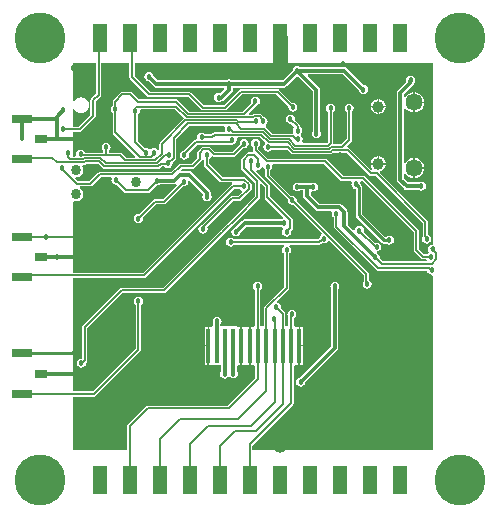
<source format=gbl>
G04*
G04 #@! TF.GenerationSoftware,Altium Limited,Altium Designer,20.1.10 (176)*
G04*
G04 Layer_Physical_Order=2*
G04 Layer_Color=11436288*
%FSLAX25Y25*%
%MOIN*%
G70*
G04*
G04 #@! TF.SameCoordinates,5BC12612-045E-4FBA-96B6-5BC6791460FD*
G04*
G04*
G04 #@! TF.FilePolarity,Positive*
G04*
G01*
G75*
%ADD11C,0.01000*%
%ADD23R,0.04331X0.03150*%
%ADD35R,0.06693X0.03150*%
%ADD80C,0.00500*%
%ADD81C,0.01200*%
%ADD83C,0.05000*%
%ADD85R,0.05000X0.09500*%
%ADD86C,0.03937*%
%ADD87C,0.05709*%
%ADD88C,0.00500*%
%ADD89C,0.03400*%
%ADD90C,0.17000*%
%ADD91C,0.01800*%
%ADD92C,0.04000*%
%ADD93R,0.01378X0.11811*%
G36*
X60920Y-69017D02*
X60920Y-69017D01*
X60334Y-69134D01*
X60199Y-69224D01*
X60194Y-69225D01*
X59913Y-69413D01*
X59911Y-69417D01*
X59838Y-69465D01*
X59507Y-69961D01*
X59390Y-70547D01*
X59507Y-71132D01*
X59812Y-71589D01*
X59319Y-71919D01*
X59175Y-72133D01*
X58059D01*
X56283Y-70358D01*
Y-64469D01*
X56217Y-64137D01*
X56029Y-63856D01*
X38387Y-46214D01*
X38106Y-46026D01*
X37774Y-45960D01*
X31091D01*
X25718Y-40587D01*
X25437Y-40399D01*
X25106Y-40333D01*
X6153D01*
X2808Y-36988D01*
X2839Y-36477D01*
X2981Y-36381D01*
X3313Y-35885D01*
X3429Y-35300D01*
X3313Y-34715D01*
X2981Y-34219D01*
X2485Y-33887D01*
X1900Y-33771D01*
X1315Y-33887D01*
X819Y-34219D01*
X487Y-34715D01*
X371Y-35300D01*
X487Y-35885D01*
X819Y-36381D01*
X1033Y-36525D01*
Y-37306D01*
X1099Y-37637D01*
X1175Y-37751D01*
X972Y-38208D01*
X925Y-38251D01*
X-477D01*
X-809Y-38317D01*
X-1090Y-38504D01*
X-2713Y-40127D01*
X-2901Y-40408D01*
X-2967Y-40740D01*
Y-43347D01*
X-2901Y-43679D01*
X-2713Y-43960D01*
X1615Y-48287D01*
Y-52893D01*
X-4510Y-59018D01*
X-9777Y-64285D01*
X-9777Y-64285D01*
X-28826Y-83333D01*
X-42700D01*
X-43032Y-83399D01*
X-43313Y-83587D01*
X-55613Y-95887D01*
X-55801Y-96168D01*
X-55867Y-96500D01*
Y-106697D01*
X-56200Y-106971D01*
X-56785Y-107087D01*
X-57281Y-107419D01*
X-57613Y-107915D01*
X-57729Y-108500D01*
X-57613Y-109085D01*
X-57281Y-109581D01*
X-56785Y-109913D01*
X-56200Y-110029D01*
X-55615Y-109913D01*
X-55119Y-109581D01*
X-54787Y-109085D01*
X-54671Y-108500D01*
X-54688Y-108413D01*
X-54387Y-108113D01*
X-54199Y-107832D01*
X-54133Y-107500D01*
Y-96859D01*
X-42341Y-85067D01*
X-28467D01*
X-28135Y-85001D01*
X-27854Y-84813D01*
X-8551Y-65510D01*
X-8551Y-65510D01*
X-3284Y-60243D01*
X-3284Y-60243D01*
X3094Y-53865D01*
X3282Y-53584D01*
X3348Y-53252D01*
Y-48918D01*
X3810Y-48727D01*
X4950Y-49867D01*
Y-53216D01*
X5016Y-53548D01*
X5204Y-53829D01*
X11190Y-59815D01*
X11016Y-60348D01*
X10673Y-60416D01*
X10390Y-60606D01*
X-1751D01*
X-2219Y-60699D01*
X-2616Y-60964D01*
X-4878Y-63226D01*
X-5185Y-63287D01*
X-5681Y-63619D01*
X-6013Y-64115D01*
X-6129Y-64700D01*
X-6013Y-65285D01*
X-5681Y-65781D01*
X-5185Y-66113D01*
X-4600Y-66229D01*
X-4015Y-66113D01*
X-3519Y-65781D01*
X-3187Y-65285D01*
X-3115Y-64924D01*
X-1244Y-63053D01*
X10390D01*
X10673Y-63242D01*
X10911Y-63289D01*
X10994Y-63428D01*
X11091Y-63835D01*
X10837Y-64215D01*
X10721Y-64800D01*
X10837Y-65385D01*
X11169Y-65881D01*
X11665Y-66213D01*
X12250Y-66329D01*
X12835Y-66213D01*
X13331Y-65881D01*
X13663Y-65385D01*
X13779Y-64800D01*
X13729Y-64547D01*
X14128Y-64148D01*
X14315Y-63867D01*
X14381Y-63535D01*
Y-60915D01*
X14315Y-60583D01*
X14128Y-60302D01*
X6683Y-52858D01*
Y-49508D01*
X6617Y-49176D01*
X6429Y-48895D01*
X2068Y-44533D01*
X2314Y-44072D01*
X2600Y-44129D01*
X3185Y-44013D01*
X3681Y-43681D01*
X4001Y-43203D01*
X4081Y-43191D01*
X4515Y-43224D01*
X4587Y-43585D01*
X4919Y-44081D01*
X5133Y-44225D01*
Y-46000D01*
X5199Y-46332D01*
X5387Y-46613D01*
X12621Y-53847D01*
X12571Y-54100D01*
X12687Y-54685D01*
X13019Y-55181D01*
X13515Y-55513D01*
X14100Y-55629D01*
X14353Y-55579D01*
X15487Y-56713D01*
X23889Y-65114D01*
X23792Y-65725D01*
X23552Y-65885D01*
X23220Y-66382D01*
X23128Y-66847D01*
X22754Y-67220D01*
X-5211D01*
X-5355Y-67006D01*
X-5851Y-66674D01*
X-6436Y-66558D01*
X-7022Y-66674D01*
X-7518Y-67006D01*
X-7849Y-67502D01*
X-7966Y-68087D01*
X-7849Y-68672D01*
X-7518Y-69169D01*
X-7022Y-69500D01*
X-6436Y-69616D01*
X-5851Y-69500D01*
X-5355Y-69169D01*
X-5211Y-68954D01*
X11291D01*
X11443Y-69454D01*
X11196Y-69619D01*
X10864Y-70115D01*
X10748Y-70700D01*
X10864Y-71285D01*
X11196Y-71781D01*
X11411Y-71925D01*
Y-83080D01*
X4852Y-89639D01*
X4664Y-89920D01*
X4598Y-90252D01*
Y-95996D01*
X4176Y-96184D01*
X3998D01*
Y-96184D01*
X3467D01*
Y-84025D01*
X3681Y-83881D01*
X4013Y-83385D01*
X4129Y-82800D01*
X4013Y-82215D01*
X3681Y-81719D01*
X3185Y-81387D01*
X2600Y-81271D01*
X2015Y-81387D01*
X1519Y-81719D01*
X1187Y-82215D01*
X1071Y-82800D01*
X1187Y-83385D01*
X1519Y-83881D01*
X1733Y-84025D01*
Y-95870D01*
X1420Y-96184D01*
X961Y-96284D01*
X203D01*
Y-102689D01*
Y-109095D01*
X961D01*
X1420Y-109195D01*
X1842Y-109594D01*
Y-113321D01*
X-7470Y-122633D01*
X-34000D01*
X-34332Y-122699D01*
X-34613Y-122887D01*
X-40613Y-128887D01*
X-40801Y-129168D01*
X-40867Y-129500D01*
Y-137500D01*
X-59100D01*
X-59100Y-119617D01*
X-51950D01*
X-51618Y-119551D01*
X-51337Y-119363D01*
X-36587Y-104613D01*
X-36399Y-104332D01*
X-36333Y-104000D01*
Y-88996D01*
X-36119Y-88853D01*
X-35787Y-88357D01*
X-35671Y-87772D01*
X-35787Y-87186D01*
X-36119Y-86690D01*
X-36615Y-86359D01*
X-37200Y-86242D01*
X-37785Y-86359D01*
X-38281Y-86690D01*
X-38613Y-87186D01*
X-38729Y-87772D01*
X-38613Y-88357D01*
X-38281Y-88853D01*
X-38067Y-88996D01*
Y-103641D01*
X-52309Y-117883D01*
X-59100D01*
X-59100Y-80060D01*
X-35250D01*
X-34918Y-79994D01*
X-34637Y-79806D01*
X-5298Y-50467D01*
X-3193D01*
X-3050Y-50681D01*
X-2810Y-50842D01*
X-2713Y-51452D01*
X-3994Y-52733D01*
X-5878D01*
X-6209Y-52799D01*
X-6490Y-52987D01*
X-15785Y-62282D01*
X-15805Y-62311D01*
X-16185Y-62387D01*
X-16681Y-62719D01*
X-17013Y-63215D01*
X-17129Y-63800D01*
X-17013Y-64385D01*
X-16681Y-64881D01*
X-16185Y-65213D01*
X-15600Y-65329D01*
X-15015Y-65213D01*
X-14519Y-64881D01*
X-14187Y-64385D01*
X-14071Y-63800D01*
X-14187Y-63215D01*
X-14219Y-63167D01*
X-5519Y-54467D01*
X-3635D01*
X-3303Y-54401D01*
X-3022Y-54213D01*
X294Y-50896D01*
X482Y-50615D01*
X548Y-50283D01*
Y-48917D01*
X482Y-48585D01*
X294Y-48304D01*
X-1222Y-46787D01*
X-1503Y-46599D01*
X-1835Y-46533D01*
X-9041D01*
X-13496Y-42078D01*
Y-40475D01*
X-13282Y-40331D01*
X-12950Y-39835D01*
X-12946Y-39813D01*
X-12393Y-39599D01*
X-12365Y-39617D01*
X-12033Y-39683D01*
X-5417D01*
X-5085Y-39617D01*
X-4804Y-39430D01*
X-2153Y-36779D01*
X-1900Y-36829D01*
X-1315Y-36713D01*
X-819Y-36381D01*
X-487Y-35885D01*
X-371Y-35300D01*
X-487Y-34715D01*
X-819Y-34219D01*
X-1315Y-33887D01*
X-1900Y-33771D01*
X-2485Y-33887D01*
X-2981Y-34219D01*
X-3313Y-34715D01*
X-3429Y-35300D01*
X-3379Y-35553D01*
X-5776Y-37950D01*
X-11674D01*
X-12983Y-36641D01*
X-13264Y-36454D01*
X-13596Y-36388D01*
X-15592D01*
X-15924Y-36454D01*
X-16205Y-36641D01*
X-17294Y-37731D01*
X-17482Y-38012D01*
X-17548Y-38343D01*
Y-40048D01*
X-19481Y-41982D01*
X-23045D01*
X-23376Y-42048D01*
X-23658Y-42235D01*
X-26155Y-44733D01*
X-50100D01*
X-50432Y-44799D01*
X-50713Y-44987D01*
X-53559Y-47833D01*
X-57341D01*
X-58235Y-46939D01*
X-57989Y-46478D01*
X-57900Y-46496D01*
X-56983Y-46314D01*
X-56206Y-45794D01*
X-55686Y-45017D01*
X-55504Y-44100D01*
X-55686Y-43183D01*
X-55904Y-42858D01*
X-55668Y-42417D01*
X-55302D01*
X-54971Y-42351D01*
X-54690Y-42163D01*
X-54543Y-42017D01*
X-50634D01*
X-49102Y-43548D01*
X-48821Y-43736D01*
X-48489Y-43802D01*
X-30621D01*
X-30289Y-43736D01*
X-30008Y-43548D01*
X-29308Y-42848D01*
X-28470D01*
X-28381Y-42981D01*
X-27885Y-43313D01*
X-27300Y-43429D01*
X-26715Y-43313D01*
X-26219Y-42981D01*
X-25887Y-42485D01*
X-25771Y-41900D01*
X-25793Y-41787D01*
X-24803Y-40797D01*
X-24615Y-40516D01*
X-24549Y-40185D01*
Y-33750D01*
X-20266Y-29467D01*
X-8703D01*
X-8363Y-29967D01*
X-8429Y-30300D01*
X-8313Y-30885D01*
X-8226Y-31015D01*
X-8494Y-31515D01*
X-11776D01*
X-12107Y-31581D01*
X-12388Y-31769D01*
X-12868Y-32248D01*
X-14832D01*
X-14976Y-32033D01*
X-15472Y-31702D01*
X-16058Y-31585D01*
X-16643Y-31702D01*
X-17139Y-32033D01*
X-17470Y-32530D01*
X-17587Y-33115D01*
X-17528Y-33408D01*
X-17867Y-33897D01*
X-17899Y-33913D01*
X-18206Y-33974D01*
X-18488Y-34162D01*
X-22045Y-37719D01*
X-22385Y-37787D01*
X-22881Y-38119D01*
X-23213Y-38615D01*
X-23329Y-39200D01*
X-23213Y-39785D01*
X-22881Y-40281D01*
X-22385Y-40613D01*
X-21800Y-40729D01*
X-21215Y-40613D01*
X-20719Y-40281D01*
X-20387Y-39785D01*
X-20271Y-39200D01*
X-20387Y-38615D01*
X-20428Y-38554D01*
X-17516Y-35642D01*
X-6575D01*
X-6243Y-35576D01*
X-6227Y-35564D01*
X-5900Y-35629D01*
X-5315Y-35513D01*
X-4819Y-35181D01*
X-4487Y-34685D01*
X-4371Y-34100D01*
X-4441Y-33748D01*
X-4110Y-33248D01*
X3494D01*
X5087Y-34841D01*
X5038Y-35339D01*
X4919Y-35419D01*
X4587Y-35915D01*
X4471Y-36500D01*
X4587Y-37085D01*
X4919Y-37581D01*
X5415Y-37913D01*
X6000Y-38029D01*
X6585Y-37913D01*
X7081Y-37581D01*
X7225Y-37367D01*
X12479D01*
X13675Y-38563D01*
X13957Y-38751D01*
X14288Y-38817D01*
X26878D01*
X27210Y-38751D01*
X27491Y-38563D01*
X27737Y-38317D01*
X32217D01*
X39779Y-45880D01*
X40061Y-46067D01*
X40392Y-46133D01*
X42008D01*
X57555Y-61681D01*
Y-66270D01*
X57577Y-66380D01*
X57487Y-66515D01*
X57371Y-67100D01*
X57487Y-67685D01*
X57819Y-68181D01*
X58315Y-68513D01*
X58900Y-68629D01*
X59485Y-68513D01*
X59981Y-68181D01*
X60313Y-67685D01*
X60429Y-67100D01*
X60313Y-66515D01*
X59981Y-66019D01*
X59485Y-65687D01*
X59289Y-65648D01*
Y-61322D01*
X59223Y-60990D01*
X59035Y-60709D01*
X43302Y-44976D01*
X43466Y-44434D01*
X43773Y-44372D01*
X44590Y-43827D01*
X45136Y-43010D01*
X45277Y-42297D01*
X42810D01*
X40343D01*
X40485Y-43010D01*
X40867Y-43582D01*
X40675Y-44145D01*
X40532Y-44181D01*
X33188Y-36837D01*
X32907Y-36649D01*
X32637Y-36596D01*
X32452Y-36286D01*
X32390Y-36136D01*
X33713Y-34813D01*
X33901Y-34532D01*
X33967Y-34200D01*
Y-24725D01*
X34181Y-24581D01*
X34513Y-24085D01*
X34629Y-23500D01*
X34513Y-22915D01*
X34181Y-22419D01*
X33685Y-22087D01*
X33100Y-21971D01*
X32515Y-22087D01*
X32019Y-22419D01*
X31687Y-22915D01*
X31571Y-23500D01*
X31687Y-24085D01*
X32019Y-24581D01*
X32233Y-24725D01*
Y-33841D01*
X30491Y-35583D01*
X28155D01*
X28115Y-35565D01*
X27767Y-35100D01*
Y-24625D01*
X27981Y-24481D01*
X28313Y-23985D01*
X28429Y-23400D01*
X28313Y-22815D01*
X27981Y-22319D01*
X27485Y-21987D01*
X26900Y-21871D01*
X26315Y-21987D01*
X25819Y-22319D01*
X25487Y-22815D01*
X25371Y-23400D01*
X25487Y-23985D01*
X25819Y-24481D01*
X26033Y-24625D01*
Y-34741D01*
X25691Y-35083D01*
X17613D01*
X17346Y-34583D01*
X17444Y-34437D01*
X17561Y-33851D01*
X17444Y-33266D01*
X17113Y-32770D01*
X16982Y-32682D01*
X16981Y-32081D01*
X17313Y-31585D01*
X17429Y-31000D01*
X17313Y-30415D01*
X16981Y-29919D01*
X16767Y-29775D01*
Y-29600D01*
X16701Y-29268D01*
X16513Y-28987D01*
X14979Y-27453D01*
X15029Y-27200D01*
X14913Y-26615D01*
X14581Y-26119D01*
X14085Y-25787D01*
X13500Y-25671D01*
X12915Y-25787D01*
X12419Y-26119D01*
X12087Y-26615D01*
X11971Y-27200D01*
X12087Y-27785D01*
X12419Y-28281D01*
X12915Y-28613D01*
X13500Y-28729D01*
X13753Y-28679D01*
X14834Y-29760D01*
X14818Y-29919D01*
X14487Y-30415D01*
X14371Y-31000D01*
X14469Y-31497D01*
X14449Y-31581D01*
X14329Y-31772D01*
X14152Y-31983D01*
X7509D01*
X5294Y-29769D01*
X5241Y-29733D01*
X5226Y-29152D01*
X5481Y-28981D01*
X5813Y-28485D01*
X5929Y-27900D01*
X5813Y-27315D01*
X5481Y-26819D01*
X4985Y-26487D01*
X4802Y-26451D01*
X3989Y-25637D01*
X3708Y-25449D01*
X3376Y-25383D01*
X1316D01*
X985Y-25449D01*
X704Y-25637D01*
X608Y-25733D01*
X-186D01*
X-377Y-25271D01*
X2255Y-22639D01*
X2385Y-22613D01*
X2881Y-22281D01*
X3213Y-21785D01*
X3329Y-21200D01*
X3213Y-20615D01*
X2881Y-20119D01*
X2385Y-19787D01*
X1800Y-19671D01*
X1215Y-19787D01*
X719Y-20119D01*
X387Y-20615D01*
X271Y-21200D01*
X387Y-21785D01*
X495Y-21948D01*
X-2290Y-24733D01*
X-20127D01*
X-24170Y-20690D01*
X-24451Y-20502D01*
X-24783Y-20436D01*
X-37024D01*
X-39189Y-18271D01*
X-39470Y-18083D01*
X-39802Y-18017D01*
X-42513D01*
X-42844Y-18083D01*
X-43126Y-18271D01*
X-45529Y-20674D01*
X-45717Y-20956D01*
X-45783Y-21287D01*
Y-22655D01*
X-46007Y-22804D01*
X-46338Y-23300D01*
X-46455Y-23885D01*
X-46338Y-24471D01*
X-46007Y-24967D01*
X-45792Y-25110D01*
Y-31608D01*
X-45726Y-31940D01*
X-45538Y-32221D01*
X-38152Y-39607D01*
X-38344Y-40069D01*
X-41106D01*
X-42637Y-38537D01*
X-42918Y-38349D01*
X-43250Y-38283D01*
X-46907D01*
X-46947Y-37783D01*
X-46812Y-37692D01*
X-46480Y-37196D01*
X-46363Y-36611D01*
X-46480Y-36026D01*
X-46812Y-35530D01*
X-47308Y-35198D01*
X-47893Y-35082D01*
X-48478Y-35198D01*
X-48974Y-35530D01*
X-49306Y-36026D01*
X-49422Y-36611D01*
X-49306Y-37196D01*
X-48974Y-37692D01*
X-48838Y-37783D01*
X-48879Y-38283D01*
X-55008D01*
X-55319Y-37819D01*
X-55815Y-37487D01*
X-56400Y-37371D01*
X-56985Y-37487D01*
X-57481Y-37819D01*
X-57813Y-38315D01*
X-57929Y-38900D01*
X-57873Y-39183D01*
X-58236Y-39683D01*
X-59100D01*
X-59100Y-31467D01*
X-56750D01*
X-56418Y-31401D01*
X-56137Y-31213D01*
X-51681Y-26756D01*
X-51493Y-26475D01*
X-51427Y-26144D01*
Y-21252D01*
X-49837Y-19663D01*
X-49649Y-19382D01*
X-49583Y-19050D01*
Y-8415D01*
X-40167D01*
Y-13200D01*
X-40101Y-13532D01*
X-39913Y-13813D01*
X-34213Y-19513D01*
X-33932Y-19701D01*
X-33600Y-19767D01*
X-20559D01*
X-16404Y-23921D01*
X-16123Y-24109D01*
X-15791Y-24175D01*
X-8208D01*
X-7877Y-24109D01*
X-7596Y-23921D01*
X-2567Y-18893D01*
X8867D01*
X12821Y-22847D01*
X12771Y-23100D01*
X12887Y-23685D01*
X13219Y-24181D01*
X13715Y-24513D01*
X14300Y-24629D01*
X14885Y-24513D01*
X15381Y-24181D01*
X15713Y-23685D01*
X15829Y-23100D01*
X15713Y-22515D01*
X15381Y-22019D01*
X14885Y-21687D01*
X14300Y-21571D01*
X14047Y-21621D01*
X9839Y-17413D01*
X9558Y-17225D01*
X9226Y-17159D01*
X-2926D01*
X-3258Y-17225D01*
X-3539Y-17413D01*
X-8568Y-22442D01*
X-15432D01*
X-19587Y-18287D01*
X-19868Y-18099D01*
X-20200Y-18033D01*
X-33241D01*
X-38433Y-12841D01*
Y-8415D01*
X60920D01*
X60920Y-69017D01*
D02*
G37*
G36*
X-51317Y-18691D02*
X-52906Y-20281D01*
X-53094Y-20562D01*
X-53160Y-20893D01*
Y-25785D01*
X-57109Y-29733D01*
X-59100D01*
X-59100Y-23841D01*
X-58600Y-23741D01*
X-58571Y-23811D01*
X-58154Y-24354D01*
X-57611Y-24771D01*
X-56979Y-25033D01*
X-56300Y-25122D01*
X-55621Y-25033D01*
X-54989Y-24771D01*
X-54446Y-24354D01*
X-54029Y-23811D01*
X-53767Y-23179D01*
X-53678Y-22500D01*
X-53767Y-21821D01*
X-54029Y-21189D01*
X-54446Y-20646D01*
X-54989Y-20229D01*
X-55621Y-19967D01*
X-56300Y-19878D01*
X-56979Y-19967D01*
X-57611Y-20229D01*
X-58154Y-20646D01*
X-58571Y-21189D01*
X-58600Y-21259D01*
X-59100Y-21159D01*
X-59100Y-8415D01*
X-51317D01*
Y-18691D01*
D02*
G37*
G36*
X-22089Y-26636D02*
X-22124Y-26987D01*
X-29921Y-34785D01*
X-30109Y-35066D01*
X-30175Y-35398D01*
Y-37254D01*
X-30675Y-37406D01*
X-30800Y-37219D01*
X-31296Y-36887D01*
X-31882Y-36771D01*
X-32467Y-36887D01*
X-32912Y-37184D01*
X-33089Y-37238D01*
X-33476D01*
X-33500Y-37204D01*
X-33996Y-36872D01*
X-34581Y-36756D01*
X-34863Y-36812D01*
X-37333Y-34341D01*
Y-25525D01*
X-37119Y-25381D01*
X-36787Y-24885D01*
X-36671Y-24300D01*
X-36680Y-24253D01*
X-36363Y-23867D01*
X-24859D01*
X-22089Y-26636D01*
D02*
G37*
G36*
X30119Y-47439D02*
X30400Y-47627D01*
X30732Y-47693D01*
X33809D01*
X34077Y-48193D01*
X33975Y-48345D01*
X33859Y-48930D01*
X33975Y-49516D01*
X34307Y-50012D01*
X34803Y-50343D01*
X35278Y-50438D01*
Y-59193D01*
X35278Y-59193D01*
X35364Y-59622D01*
X35607Y-59986D01*
X43929Y-68308D01*
X43929Y-68308D01*
X44293Y-68551D01*
X44722Y-68636D01*
X44722Y-68636D01*
X45492D01*
X45928Y-68928D01*
X46513Y-69044D01*
X47098Y-68928D01*
X47594Y-68596D01*
X47926Y-68100D01*
X48042Y-67515D01*
X47926Y-66930D01*
X47594Y-66433D01*
X47098Y-66102D01*
X46513Y-65985D01*
X45928Y-66102D01*
X45492Y-66393D01*
X45187D01*
X37522Y-58728D01*
Y-49910D01*
X37436Y-49481D01*
X37193Y-49117D01*
X37193Y-49117D01*
X36895Y-48819D01*
X36801Y-48345D01*
X36700Y-48193D01*
X36938Y-47747D01*
X37430Y-47707D01*
X54550Y-64828D01*
Y-70717D01*
X54616Y-71048D01*
X54804Y-71329D01*
X57087Y-73613D01*
X57368Y-73801D01*
X57700Y-73867D01*
X58836D01*
X59004Y-74033D01*
X58969Y-74220D01*
X58707Y-74533D01*
X44359D01*
X43179Y-73353D01*
X43229Y-73100D01*
X43113Y-72515D01*
X42781Y-72019D01*
X42383Y-71752D01*
X42396Y-71351D01*
X42435Y-71232D01*
X42832Y-71153D01*
X43328Y-70821D01*
X43660Y-70325D01*
X43776Y-69740D01*
X43660Y-69155D01*
X43328Y-68659D01*
X42832Y-68327D01*
X42247Y-68211D01*
X41673Y-68325D01*
X37985Y-64636D01*
X38048Y-64319D01*
X37931Y-63733D01*
X37600Y-63237D01*
X37104Y-62906D01*
X36519Y-62789D01*
X35933Y-62906D01*
X35437Y-63237D01*
X35106Y-63733D01*
X35033Y-64096D01*
X34511Y-64280D01*
X32568Y-62337D01*
Y-58124D01*
X32474Y-57656D01*
X32209Y-57259D01*
X30635Y-55685D01*
X30238Y-55420D01*
X29770Y-55326D01*
X23257D01*
X20223Y-52293D01*
Y-51453D01*
X20365Y-51330D01*
X20723Y-51135D01*
X21200Y-51229D01*
X21785Y-51113D01*
X22281Y-50781D01*
X22613Y-50285D01*
X22729Y-49700D01*
X22613Y-49115D01*
X22281Y-48619D01*
X21785Y-48287D01*
X21200Y-48171D01*
X20615Y-48287D01*
X20331Y-48476D01*
X16669D01*
X16385Y-48287D01*
X15800Y-48171D01*
X15215Y-48287D01*
X14719Y-48619D01*
X14387Y-49115D01*
X14271Y-49700D01*
X14387Y-50285D01*
X14719Y-50781D01*
X15215Y-51113D01*
X15800Y-51229D01*
X16385Y-51113D01*
X16669Y-50924D01*
X17776D01*
Y-52800D01*
X17870Y-53268D01*
X18135Y-53665D01*
X21885Y-57415D01*
X22282Y-57680D01*
X22750Y-57774D01*
X27126D01*
X27422Y-58274D01*
X27337Y-58700D01*
X27454Y-59285D01*
X27785Y-59781D01*
X28000Y-59925D01*
Y-62983D01*
X28066Y-63315D01*
X28254Y-63596D01*
X42062Y-77404D01*
X42343Y-77592D01*
X42675Y-77658D01*
X59102D01*
X59187Y-78085D01*
X59519Y-78581D01*
X60015Y-78913D01*
X60600Y-79029D01*
X60920Y-79292D01*
X60920Y-137500D01*
X867D01*
Y-135959D01*
X14345Y-122480D01*
X14533Y-122199D01*
X14599Y-121868D01*
Y-109548D01*
X14953Y-109195D01*
X15021D01*
X15480Y-109095D01*
X16238D01*
Y-102689D01*
Y-96284D01*
X15480D01*
X15021Y-96184D01*
X14599Y-95784D01*
Y-93604D01*
X15081Y-93281D01*
X15413Y-92785D01*
X15529Y-92200D01*
X15413Y-91615D01*
X15081Y-91119D01*
X14585Y-90787D01*
X14000Y-90671D01*
X13415Y-90787D01*
X12919Y-91119D01*
X12587Y-91615D01*
X12471Y-92200D01*
X12587Y-92785D01*
X12866Y-93202D01*
Y-95996D01*
X12443Y-96184D01*
X12343D01*
X11843Y-95996D01*
Y-92076D01*
X11777Y-91745D01*
X11589Y-91464D01*
X10279Y-90153D01*
X10329Y-89900D01*
X10213Y-89315D01*
X9881Y-88819D01*
X9385Y-88487D01*
X9199Y-88450D01*
X9035Y-87907D01*
X12890Y-84052D01*
X13078Y-83771D01*
X13144Y-83439D01*
Y-71925D01*
X13359Y-71781D01*
X13690Y-71285D01*
X13806Y-70700D01*
X13690Y-70115D01*
X13359Y-69619D01*
X13112Y-69454D01*
X13263Y-68954D01*
X23113D01*
X23445Y-68888D01*
X23726Y-68700D01*
X24047Y-68379D01*
X24048Y-68380D01*
X24633Y-68496D01*
X25218Y-68380D01*
X25715Y-68048D01*
X25875Y-67808D01*
X26486Y-67711D01*
X37985Y-79210D01*
Y-81069D01*
X37687Y-81515D01*
X37571Y-82100D01*
X37687Y-82685D01*
X38019Y-83181D01*
X38515Y-83513D01*
X39100Y-83629D01*
X39685Y-83513D01*
X40181Y-83181D01*
X40513Y-82685D01*
X40629Y-82100D01*
X40513Y-81515D01*
X40181Y-81019D01*
X39718Y-80709D01*
Y-78851D01*
X39652Y-78520D01*
X39464Y-78238D01*
X16713Y-55487D01*
X16713Y-55487D01*
X15579Y-54353D01*
X15629Y-54100D01*
X15513Y-53515D01*
X15181Y-53019D01*
X14685Y-52687D01*
X14100Y-52571D01*
X13847Y-52621D01*
X6867Y-45641D01*
Y-44225D01*
X7081Y-44081D01*
X7413Y-43585D01*
X7529Y-43000D01*
X7443Y-42567D01*
X7736Y-42067D01*
X24747D01*
X30119Y-47439D01*
D02*
G37*
G36*
X-15378Y-40773D02*
X-15230Y-40880D01*
Y-42437D01*
X-15164Y-42769D01*
X-14976Y-43050D01*
X-10013Y-48013D01*
X-9732Y-48201D01*
X-9400Y-48267D01*
X-5873D01*
X-5824Y-48767D01*
X-5988Y-48799D01*
X-6270Y-48987D01*
X-35609Y-78326D01*
X-59100D01*
X-59100Y-54680D01*
X-58600Y-54357D01*
X-57900Y-54496D01*
X-56983Y-54314D01*
X-56206Y-53794D01*
X-55686Y-53017D01*
X-55504Y-52100D01*
X-55686Y-51183D01*
X-56206Y-50406D01*
X-56713Y-50067D01*
X-56562Y-49567D01*
X-53200D01*
X-52868Y-49501D01*
X-52587Y-49313D01*
X-49741Y-46467D01*
X-46244D01*
X-46053Y-46823D01*
X-46023Y-46967D01*
X-46129Y-47500D01*
X-46013Y-48085D01*
X-45681Y-48581D01*
X-45185Y-48913D01*
X-44600Y-49029D01*
X-44347Y-48979D01*
X-41858Y-51468D01*
X-41577Y-51656D01*
X-41245Y-51722D01*
X-33955D01*
X-33623Y-51656D01*
X-33342Y-51468D01*
X-31053Y-49179D01*
X-30800Y-49229D01*
X-30215Y-49113D01*
X-29931Y-48924D01*
X-25367D01*
X-24899Y-48830D01*
X-24644Y-48660D01*
X-24326Y-49049D01*
X-29095Y-53819D01*
X-31585D01*
X-31917Y-53885D01*
X-32198Y-54072D01*
X-36947Y-58821D01*
X-37200Y-58771D01*
X-37785Y-58887D01*
X-38281Y-59219D01*
X-38613Y-59715D01*
X-38729Y-60300D01*
X-38613Y-60885D01*
X-38281Y-61381D01*
X-37785Y-61713D01*
X-37200Y-61829D01*
X-36615Y-61713D01*
X-36119Y-61381D01*
X-35787Y-60885D01*
X-35671Y-60300D01*
X-35721Y-60047D01*
X-31226Y-55552D01*
X-28736D01*
X-28405Y-55486D01*
X-28124Y-55298D01*
X-22379Y-49553D01*
X-22126Y-49604D01*
X-21540Y-49488D01*
X-21044Y-49156D01*
X-20712Y-48660D01*
X-20596Y-48074D01*
X-20672Y-47694D01*
X-20211Y-47447D01*
X-15524Y-52135D01*
Y-52187D01*
X-15713Y-52471D01*
X-15829Y-53056D01*
X-15713Y-53641D01*
X-15381Y-54137D01*
X-14885Y-54469D01*
X-14300Y-54585D01*
X-13715Y-54469D01*
X-13219Y-54137D01*
X-12887Y-53641D01*
X-12771Y-53056D01*
X-12887Y-52471D01*
X-13077Y-52187D01*
Y-51628D01*
X-13170Y-51160D01*
X-13435Y-50763D01*
X-19335Y-44863D01*
X-19732Y-44598D01*
X-20200Y-44504D01*
X-22682D01*
X-22880Y-44051D01*
X-22612Y-43715D01*
X-19123D01*
X-18791Y-43649D01*
X-18510Y-43461D01*
X-16069Y-41020D01*
X-16010Y-40932D01*
X-15471Y-40766D01*
X-15378Y-40773D01*
D02*
G37*
%LPC*%
G36*
X15800Y-9471D02*
X15215Y-9587D01*
X14719Y-9919D01*
X14387Y-10415D01*
X14321Y-10749D01*
X10893Y-14176D01*
X-6031D01*
X-6315Y-13987D01*
X-6900Y-13871D01*
X-7485Y-13987D01*
X-7769Y-14176D01*
X-30693D01*
X-32120Y-12749D01*
X-32187Y-12415D01*
X-32519Y-11919D01*
X-33015Y-11587D01*
X-33600Y-11471D01*
X-34185Y-11587D01*
X-34681Y-11919D01*
X-35013Y-12415D01*
X-35129Y-13000D01*
X-35013Y-13585D01*
X-34681Y-14081D01*
X-34185Y-14413D01*
X-33851Y-14480D01*
X-32065Y-16265D01*
X-31668Y-16530D01*
X-31200Y-16623D01*
X-8561D01*
X-8354Y-17123D01*
X-9817Y-18587D01*
X-10400Y-18471D01*
X-10985Y-18587D01*
X-11481Y-18919D01*
X-11813Y-19415D01*
X-11929Y-20000D01*
X-11813Y-20585D01*
X-11481Y-21081D01*
X-10985Y-21413D01*
X-10400Y-21529D01*
X-9815Y-21413D01*
X-9531Y-21224D01*
X-9500D01*
X-9032Y-21130D01*
X-8635Y-20865D01*
X-6035Y-18265D01*
X-5770Y-17868D01*
X-5677Y-17400D01*
Y-16623D01*
X11400D01*
X11868Y-16530D01*
X12265Y-16265D01*
X15800Y-12730D01*
X20977Y-17907D01*
Y-31131D01*
X20787Y-31415D01*
X20671Y-32000D01*
X20787Y-32585D01*
X21119Y-33081D01*
X21615Y-33413D01*
X22200Y-33529D01*
X22785Y-33413D01*
X23281Y-33081D01*
X23613Y-32585D01*
X23729Y-32000D01*
X23613Y-31415D01*
X23424Y-31131D01*
Y-17400D01*
X23330Y-16932D01*
X23065Y-16535D01*
X19216Y-12686D01*
X19407Y-12224D01*
X30993D01*
X36320Y-17551D01*
X36387Y-17885D01*
X36719Y-18381D01*
X37215Y-18713D01*
X37800Y-18829D01*
X38385Y-18713D01*
X38881Y-18381D01*
X39213Y-17885D01*
X39329Y-17300D01*
X39213Y-16715D01*
X38881Y-16219D01*
X38385Y-15887D01*
X38051Y-15821D01*
X32365Y-10135D01*
X31968Y-9870D01*
X31500Y-9776D01*
X16669D01*
X16385Y-9587D01*
X15800Y-9471D01*
D02*
G37*
G36*
X54989Y-18244D02*
Y-21344D01*
X58090D01*
X58007Y-20719D01*
X57669Y-19903D01*
X57132Y-19202D01*
X56431Y-18665D01*
X55615Y-18327D01*
X54989Y-18244D01*
D02*
G37*
G36*
X43060Y-20486D02*
Y-22703D01*
X45277D01*
X45136Y-21990D01*
X44590Y-21173D01*
X43773Y-20628D01*
X43060Y-20486D01*
D02*
G37*
G36*
X42560Y-20486D02*
X41847Y-20628D01*
X41030Y-21173D01*
X40485Y-21990D01*
X40343Y-22703D01*
X42560D01*
Y-20486D01*
D02*
G37*
G36*
X58090Y-21845D02*
X54989D01*
Y-24945D01*
X55615Y-24862D01*
X56431Y-24524D01*
X57132Y-23987D01*
X57669Y-23286D01*
X58007Y-22470D01*
X58090Y-21845D01*
D02*
G37*
G36*
X53558Y-12729D02*
X52973Y-12845D01*
X52477Y-13177D01*
X52145Y-13673D01*
X52029Y-14258D01*
X52109Y-14661D01*
X49235Y-17535D01*
X48970Y-17932D01*
X48877Y-18400D01*
Y-47317D01*
X48970Y-47785D01*
X49235Y-48182D01*
X51418Y-50365D01*
X51815Y-50630D01*
X52284Y-50723D01*
X56331D01*
X56615Y-50913D01*
X57200Y-51029D01*
X57785Y-50913D01*
X58281Y-50581D01*
X58613Y-50085D01*
X58729Y-49500D01*
X58613Y-48915D01*
X58281Y-48419D01*
X57785Y-48087D01*
X57200Y-47971D01*
X56615Y-48087D01*
X56331Y-48276D01*
X52790D01*
X51323Y-46810D01*
Y-45252D01*
X51774Y-45111D01*
X51824Y-45116D01*
X52347Y-45798D01*
X53048Y-46336D01*
X53864Y-46674D01*
X54489Y-46756D01*
Y-43406D01*
Y-40055D01*
X53864Y-40137D01*
X53048Y-40475D01*
X52347Y-41013D01*
X51824Y-41695D01*
X51774Y-41700D01*
X51323Y-41559D01*
Y-23441D01*
X51774Y-23300D01*
X51824Y-23305D01*
X52347Y-23987D01*
X53048Y-24524D01*
X53864Y-24862D01*
X54489Y-24945D01*
Y-21595D01*
Y-18244D01*
X53864Y-18327D01*
X53048Y-18665D01*
X52347Y-19202D01*
X51824Y-19884D01*
X51774Y-19889D01*
X51323Y-19748D01*
Y-18907D01*
X54309Y-15922D01*
X54574Y-15525D01*
X54606Y-15362D01*
X54640Y-15340D01*
X54971Y-14843D01*
X55088Y-14258D01*
X54971Y-13673D01*
X54640Y-13177D01*
X54144Y-12845D01*
X53558Y-12729D01*
D02*
G37*
G36*
X42560Y-23203D02*
X40343D01*
X40485Y-23916D01*
X41030Y-24733D01*
X41847Y-25278D01*
X42560Y-25420D01*
Y-23203D01*
D02*
G37*
G36*
X45277D02*
X43060D01*
Y-25420D01*
X43773Y-25278D01*
X44590Y-24733D01*
X45136Y-23916D01*
X45277Y-23203D01*
D02*
G37*
G36*
X43060Y-39580D02*
Y-41797D01*
X45277D01*
X45136Y-41084D01*
X44590Y-40268D01*
X43773Y-39722D01*
X43060Y-39580D01*
D02*
G37*
G36*
X42560Y-39580D02*
X41847Y-39722D01*
X41030Y-40268D01*
X40485Y-41084D01*
X40343Y-41797D01*
X42560D01*
Y-39580D01*
D02*
G37*
G36*
X54989Y-40055D02*
Y-43156D01*
X58090D01*
X58007Y-42530D01*
X57669Y-41714D01*
X57132Y-41013D01*
X56431Y-40475D01*
X55615Y-40137D01*
X54989Y-40055D01*
D02*
G37*
G36*
X58090Y-43656D02*
X54989D01*
Y-46756D01*
X55615Y-46674D01*
X56431Y-46336D01*
X57132Y-45798D01*
X57669Y-45097D01*
X58007Y-44281D01*
X58090Y-43656D01*
D02*
G37*
G36*
X-1236Y-96284D02*
X-1614D01*
X-1736Y-96284D01*
X-2553D01*
Y-102689D01*
Y-109095D01*
X-1736D01*
X-1614Y-109095D01*
X-1236D01*
X-1114Y-109095D01*
X-297D01*
Y-102689D01*
Y-96284D01*
X-1114D01*
X-1236Y-96284D01*
D02*
G37*
G36*
X-14076Y-96284D02*
X-15016D01*
Y-102439D01*
X-14076D01*
Y-96284D01*
D02*
G37*
G36*
Y-102939D02*
X-15016D01*
Y-109095D01*
X-14076D01*
Y-102939D01*
D02*
G37*
G36*
X-10900Y-93071D02*
X-11485Y-93187D01*
X-11981Y-93519D01*
X-12313Y-94015D01*
X-12429Y-94600D01*
X-12313Y-95185D01*
X-12294Y-95213D01*
Y-95926D01*
X-12590Y-96234D01*
X-12818Y-96284D01*
X-13577D01*
Y-102689D01*
Y-109095D01*
X-12818D01*
X-12360Y-109195D01*
X-12179Y-109195D01*
X-10104D01*
X-9782Y-109195D01*
X-9539Y-109594D01*
Y-111104D01*
X-9813Y-111515D01*
X-9929Y-112100D01*
X-9813Y-112685D01*
X-9481Y-113181D01*
X-8985Y-113513D01*
X-8400Y-113629D01*
X-7815Y-113513D01*
X-7319Y-113181D01*
X-7222Y-113037D01*
X-6621D01*
X-6581Y-113096D01*
X-6085Y-113428D01*
X-5500Y-113544D01*
X-4915Y-113428D01*
X-4419Y-113096D01*
X-4087Y-112600D01*
X-3971Y-112015D01*
X-4087Y-111430D01*
X-4335Y-111058D01*
Y-109452D01*
X-4040Y-109144D01*
X-3811Y-109095D01*
X-3053D01*
Y-102689D01*
Y-96284D01*
X-3811D01*
X-4270Y-96184D01*
X-4451Y-96184D01*
X-6848D01*
Y-96184D01*
X-7026D01*
Y-96184D01*
X-9282D01*
X-9604Y-96184D01*
X-9847Y-95784D01*
Y-95701D01*
X-9819Y-95681D01*
X-9487Y-95185D01*
X-9371Y-94600D01*
X-9487Y-94015D01*
X-9819Y-93519D01*
X-10315Y-93187D01*
X-10900Y-93071D01*
D02*
G37*
G36*
X16738Y-96284D02*
Y-102439D01*
X17677D01*
Y-96284D01*
X16738D01*
D02*
G37*
G36*
X17677Y-102939D02*
X16738D01*
Y-109095D01*
X17677D01*
Y-102939D01*
D02*
G37*
G36*
X28300Y-81371D02*
X27715Y-81487D01*
X27219Y-81819D01*
X26887Y-82315D01*
X26771Y-82900D01*
X26887Y-83485D01*
X27077Y-83769D01*
Y-102893D01*
X16649Y-113321D01*
X16315Y-113387D01*
X15819Y-113719D01*
X15487Y-114215D01*
X15371Y-114800D01*
X15487Y-115385D01*
X15819Y-115881D01*
X16315Y-116213D01*
X16900Y-116329D01*
X17485Y-116213D01*
X17981Y-115881D01*
X18313Y-115385D01*
X18380Y-115051D01*
X29165Y-104265D01*
X29430Y-103868D01*
X29524Y-103400D01*
Y-83769D01*
X29713Y-83485D01*
X29829Y-82900D01*
X29713Y-82315D01*
X29381Y-81819D01*
X28885Y-81487D01*
X28300Y-81371D01*
D02*
G37*
%LPD*%
D11*
X36400Y-59193D02*
X44722Y-67515D01*
X46513D01*
X36400Y-59193D02*
Y-49910D01*
X35344Y-48854D02*
X36400Y-49910D01*
X-76000Y-105263D02*
X-59363D01*
D23*
X-69504Y-111956D02*
D03*
Y-73000D02*
D03*
Y-33826D02*
D03*
D35*
X-76000Y-118649D02*
D03*
Y-105263D02*
D03*
Y-66307D02*
D03*
Y-79693D02*
D03*
Y-27133D02*
D03*
Y-40519D02*
D03*
D80*
X-27300Y-41900D02*
X-27131D01*
X-25416Y-40185D02*
Y-33391D01*
X-27131Y-41900D02*
X-25416Y-40185D01*
Y-33391D02*
X-20625Y-28600D01*
X-4700D01*
X-29308Y-35398D02*
X-21511Y-27600D01*
X-29308Y-38642D02*
Y-35398D01*
X-21511Y-27600D02*
X-4286D01*
X37110Y-64988D02*
X41388Y-69265D01*
X24282Y-66967D02*
X24633D01*
X23948Y-67300D02*
X24282Y-66967D01*
X23900Y-67300D02*
X23948D01*
X23113Y-68087D02*
X23900Y-67300D01*
X-6436Y-68087D02*
X23113D01*
X-15600Y-63800D02*
Y-63448D01*
X-15172Y-63020D01*
Y-62895D01*
X-5878Y-53600D01*
X-14363Y-42437D02*
Y-39250D01*
Y-42437D02*
X-9400Y-47400D01*
X41895Y-69740D02*
X42247D01*
X41420Y-69265D02*
X41895Y-69740D01*
X41388Y-69265D02*
X41420D01*
X60526Y-70026D02*
X62200Y-71700D01*
X-477Y-39117D02*
X1350D01*
X-2100Y-40740D02*
X-477Y-39117D01*
X1350D02*
X2600Y-40367D01*
Y-42600D02*
Y-40367D01*
X-2100Y-43347D02*
Y-40740D01*
X5794Y-41200D02*
X25106D01*
X1900Y-37306D02*
Y-35300D01*
Y-37306D02*
X5794Y-41200D01*
X16100Y-56100D02*
Y-56100D01*
X38851Y-81851D02*
Y-78851D01*
X16100Y-56100D02*
X38851Y-78851D01*
X42675Y-76792D02*
X59657D01*
X60638Y-77772D01*
X28867Y-62983D02*
X42675Y-76792D01*
X40392Y-45267D02*
X42367D01*
X58422Y-66270D02*
Y-61322D01*
X42367Y-45267D02*
X58422Y-61322D01*
X57700Y-73000D02*
X60400D01*
X55417Y-70717D02*
X57700Y-73000D01*
X55417Y-70717D02*
Y-64469D01*
X58900Y-67100D02*
Y-66748D01*
X58422Y-66270D02*
X58900Y-66748D01*
X-15592Y-37254D02*
X-13596D01*
X-16681Y-40407D02*
Y-38343D01*
X-15592Y-37254D01*
X-13596D02*
X-12033Y-38817D01*
X-19123Y-42848D02*
X-16681Y-40407D01*
X-25796Y-45600D02*
X-23045Y-42848D01*
X-19123D01*
X-12033Y-38817D02*
X-5417D01*
X41700Y-73100D02*
X41700D01*
X44000Y-75400D02*
X60700D01*
X41700Y-73100D02*
X44000Y-75400D01*
X27378Y-37450D02*
X32576D01*
X40392Y-45267D01*
X25106Y-41200D02*
X30732Y-46826D01*
X37774D01*
X55417Y-64469D01*
X-8208Y-23309D02*
X-2926Y-18026D01*
X9226D01*
X14300Y-23100D01*
X1800Y-21869D02*
Y-21200D01*
X-1932Y-25600D02*
X1800Y-21869D01*
X15351Y-33851D02*
X16031D01*
X14350Y-32850D02*
X15351Y-33851D01*
X-47893Y-39150D02*
X-43250D01*
X-56150D02*
X-47893D01*
Y-36611D01*
X-43250Y-39150D02*
X-41465Y-40935D01*
X-60785Y-39795D02*
Y-38350D01*
Y-39795D02*
X-60030Y-40550D01*
X-55717D01*
X-5417Y-38817D02*
X-1900Y-35300D01*
X-31585Y-54685D02*
X-28736D01*
X-37200Y-60300D02*
X-31585Y-54685D01*
X-28736D02*
X-22126Y-48074D01*
X-37200Y-60300D02*
X-37200D01*
X-37383Y-21303D02*
X-24783D01*
X-20486Y-25600D02*
X-1932D01*
X-24783Y-21303D02*
X-20486Y-25600D01*
X-42513Y-18883D02*
X-39802D01*
X-44917Y-21287D02*
X-42513Y-18883D01*
X-39802D02*
X-37383Y-21303D01*
X-44917Y-23877D02*
Y-21287D01*
X-44925Y-23885D02*
X-44917Y-23877D01*
X-31602Y-40935D02*
X-29308Y-38642D01*
X-22126Y-48074D02*
X-22126D01*
X-30800Y-47700D02*
Y-47700D01*
X-41245Y-50855D02*
X-33955D01*
X-30800Y-47700D01*
X-44600Y-47500D02*
X-41245Y-50855D01*
X-44600Y-47500D02*
Y-47500D01*
X-50100Y-45600D02*
X-25796D01*
X-9400Y-47400D02*
X-1835D01*
X-42700Y-84200D02*
X-28467D01*
X-9164Y-64898D02*
X-9164D01*
X-28467Y-84200D02*
X-9164Y-64898D01*
X-9164D02*
X-3897Y-59631D01*
Y-59631D02*
X2481Y-53252D01*
Y-47928D01*
X-3897Y-59631D02*
Y-59631D01*
X5817Y-53216D02*
X13515Y-60915D01*
X12250Y-64800D02*
X13515Y-63535D01*
Y-60915D01*
X-68104Y-66600D02*
X-58900D01*
X-57800Y-65500D01*
X26464Y-36950D02*
X26964Y-36450D01*
X26878Y-37950D02*
X27378Y-37450D01*
X26964Y-36450D02*
X30850D01*
X33100Y-34200D01*
X28867Y-62983D02*
Y-58700D01*
X38851Y-81851D02*
X39100Y-82100D01*
X-73496Y-40193D02*
X-65800D01*
X-64443Y-41550D01*
X-55302D01*
X-62443Y-30600D02*
X-56750D01*
X-52293Y-26144D02*
Y-20893D01*
X-50450Y-19050D01*
X-56750Y-30600D02*
X-52293Y-26144D01*
X-30621Y-42935D02*
X-29667Y-41982D01*
X-50275Y-41150D02*
X-48489Y-42935D01*
X-31035Y-41935D02*
X-28308Y-39208D01*
X-49861Y-40150D02*
X-48075Y-41935D01*
X-33069Y-39935D02*
X-31882Y-38748D01*
X-44925Y-31608D02*
X-36598Y-39935D01*
X-33069D01*
X-41465Y-40935D02*
X-31602D01*
X-48075Y-41935D02*
X-31035D01*
X-48489Y-42935D02*
X-30621D01*
X-34615Y-38285D02*
X-34581D01*
X-38200Y-34700D02*
X-34615Y-38285D01*
X-44925Y-31608D02*
Y-23885D01*
X-38200Y-34700D02*
Y-24300D01*
Y-23600D01*
X-37600Y-23000D01*
X-24500D01*
X-56400Y-38900D02*
X-56150Y-39150D01*
X-55317Y-40150D02*
X-49861D01*
X-55717Y-40550D02*
X-55317Y-40150D01*
X-54902Y-41150D02*
X-50275D01*
X-55302Y-41550D02*
X-54902Y-41150D01*
X-6575Y-34775D02*
X-5900Y-34100D01*
X-17875Y-34775D02*
X-6575D01*
X-21800Y-38700D02*
X-17875Y-34775D01*
X-11776Y-32381D02*
X3853D01*
X-12509Y-33115D02*
X-11776Y-32381D01*
X-16058Y-33115D02*
X-12509D01*
X-15791Y-23309D02*
X-8208D01*
X-20200Y-18900D02*
X-15791Y-23309D01*
X3376Y-26250D02*
X4200Y-27074D01*
X1316Y-26250D02*
X3376D01*
X967Y-26600D02*
X1316Y-26250D01*
X-20900Y-26600D02*
X967D01*
X-24500Y-23000D02*
X-20900Y-26600D01*
X-4286Y-27600D02*
X-3823Y-28063D01*
X-2100Y-43347D02*
X2481Y-47928D01*
X-57700Y-48700D02*
X-53200D01*
X-50100Y-45600D01*
X-62600Y-43800D02*
X-57700Y-48700D01*
X-62600Y-43800D02*
Y-43400D01*
X-50450Y-19050D02*
Y-450D01*
X-50000Y0D01*
X-40000D02*
X-39300Y-700D01*
Y-13200D02*
Y-700D01*
Y-13200D02*
X-33600Y-18900D01*
X12602Y-34850D02*
X14702Y-36950D01*
X12838Y-36500D02*
X14288Y-37950D01*
X26878D01*
X14702Y-36950D02*
X26464D01*
X-27515Y-41982D02*
Y-41900D01*
X4682Y-30382D02*
X7150Y-32850D01*
X-2919Y-30382D02*
X4682D01*
X-4700Y-28600D02*
X-2919Y-30382D01*
X3853Y-32381D02*
X6322Y-34850D01*
X4267Y-31381D02*
X6736Y-33850D01*
X-21800Y-39200D02*
Y-38700D01*
X-31882Y-38748D02*
Y-38300D01*
X-29667Y-41982D02*
X-27515D01*
X15900Y-31000D02*
Y-29600D01*
X13500Y-27200D02*
X15900Y-29600D01*
X-33600Y-18900D02*
X-20200D01*
X-3823Y-28063D02*
X1900D01*
X6000Y-36500D02*
X12838D01*
X6322Y-34850D02*
X12602D01*
X6736Y-33850D02*
X13017D01*
X7150Y-32850D02*
X14350D01*
X-6900Y-30300D02*
X-6730D01*
X-5648Y-31381D02*
X4267D01*
X-6730Y-30300D02*
X-5648Y-31381D01*
X-1835Y-47400D02*
X-319Y-48917D01*
X-3635Y-53600D02*
X-319Y-50283D01*
X-5878Y-53600D02*
X-3635D01*
X-5657Y-49600D02*
X-1969D01*
X-319Y-50283D02*
Y-48917D01*
X26900Y-35100D02*
Y-23400D01*
X26050Y-35950D02*
X26900Y-35100D01*
X33100Y-34200D02*
Y-23500D01*
X15117Y-35950D02*
X26050D01*
X13017Y-33850D02*
X15117Y-35950D01*
X6000Y-46000D02*
Y-43000D01*
X4200Y-27200D02*
Y-27074D01*
X5465Y-90252D02*
X12277Y-83439D01*
Y-70700D01*
X-35250Y-79193D02*
X-5657Y-49600D01*
X-73496Y-79193D02*
X-35250D01*
X-57650Y-103550D02*
Y-101900D01*
X-59363Y-105263D02*
X-57650Y-103550D01*
X62200Y-73900D02*
Y-71700D01*
X-56000Y-108500D02*
X-55000Y-107500D01*
X-56200Y-108500D02*
X-56000D01*
X60700Y-75400D02*
X62200Y-73900D01*
X5817Y-53216D02*
Y-49508D01*
X317Y-44008D02*
X5817Y-49508D01*
X317Y-44008D02*
Y-41017D01*
X-55000Y-107500D02*
Y-96500D01*
X-42700Y-84200D01*
X-37200Y-104000D02*
Y-87772D01*
X-51950Y-118750D02*
X-37200Y-104000D01*
X-73443Y-118750D02*
X-51950D01*
X-74000Y-118193D02*
X-73443Y-118750D01*
X300Y-41000D02*
X317Y-41017D01*
X6500Y-39200D02*
Y-39150D01*
X6000Y-46000D02*
X14100Y-54100D01*
X16100Y-56100D01*
X-2803Y-102689D02*
Y-94103D01*
X-2800Y-94100D01*
X-13900Y-110100D02*
X-13827Y-110027D01*
Y-102689D01*
X-2803Y-110497D02*
X-2700Y-110600D01*
X-2803Y-110497D02*
Y-102689D01*
X-47Y-110453D02*
X0Y-110500D01*
X-47Y-110453D02*
Y-102689D01*
X16488Y-109988D02*
X16600Y-110100D01*
X16488Y-109988D02*
Y-102689D01*
X0Y-135600D02*
X13732Y-121868D01*
Y-102689D01*
X0Y-147500D02*
Y-135600D01*
X-10000Y-136000D02*
X-5000Y-131000D01*
X-10000Y-147500D02*
Y-136000D01*
X-5000Y-131000D02*
X2200D01*
X10976Y-122224D01*
Y-102689D01*
X8220D02*
Y-94121D01*
Y-121580D02*
Y-102689D01*
X500Y-129300D02*
X8220Y-121580D01*
X-13800Y-129300D02*
X500D01*
X-20000Y-135500D02*
X-13800Y-129300D01*
X-20000Y-147500D02*
Y-135500D01*
X-30000Y-147500D02*
Y-133900D01*
X-23200Y-127100D01*
X-3900D01*
X5465Y-117735D01*
Y-102689D01*
X-40000Y-147500D02*
Y-129500D01*
X-34000Y-123500D01*
X-7111D01*
X2709Y-113680D01*
Y-102689D01*
X-47D02*
Y-94326D01*
X7900Y-93800D02*
X8220Y-94121D01*
X2600Y-102580D02*
Y-82800D01*
Y-102580D02*
X2709Y-102689D01*
X8800Y-89900D02*
X10976Y-92076D01*
Y-102689D02*
Y-92076D01*
X5465Y-102689D02*
Y-90252D01*
X-68397Y-66307D02*
X-68104Y-66600D01*
X-76000Y-66307D02*
X-68397D01*
X-28308Y-39208D02*
X-27157D01*
X-27066Y-39117D01*
X13732Y-102689D02*
Y-93143D01*
X13751Y-93124D01*
Y-92449D01*
X14000Y-92200D01*
D81*
X-58067Y-33826D02*
X-48656Y-24415D01*
X-64443Y-33826D02*
X-58067D01*
X-69504D02*
X-64443D01*
X-58342Y-73000D02*
X-58242Y-73100D01*
X-58154D01*
X-64200Y-73000D02*
X-58342D01*
X-69504Y-73000D02*
X-64200D01*
X-30800Y-47700D02*
X-25367D01*
X-23395Y-45728D01*
X-20200D01*
X-14300Y-51628D01*
X-1751Y-61829D02*
X11259D01*
X-4600Y-64700D02*
Y-64678D01*
X-1751Y-61829D01*
X31344Y-62844D02*
X41600Y-73100D01*
X29770Y-56550D02*
X31344Y-58124D01*
Y-62844D02*
Y-58124D01*
X22750Y-56550D02*
X29770D01*
X-69504Y-111956D02*
X-53656D01*
Y-111054D01*
X-64443Y-33826D02*
Y-26469D01*
Y-33826D02*
X-64443Y-33826D01*
X-65107Y-27133D02*
X-64443Y-26469D01*
X-62200Y-24226D01*
X-76000Y-27133D02*
X-65107D01*
X-48656Y-24415D02*
Y-21054D01*
X22200Y-32000D02*
Y-17400D01*
X19000Y-49700D02*
X21200D01*
X15800Y-11000D02*
X22200Y-17400D01*
X10281Y-8981D02*
X10719D01*
X10000Y-8700D02*
X10281Y-8981D01*
X-14300Y-53056D02*
Y-51628D01*
X-11071Y-102689D02*
Y-94771D01*
X-10900Y-94600D01*
X-10400Y-20000D02*
X-9500D01*
X-6900Y-17400D01*
X-76000Y-33530D02*
Y-27133D01*
X19000Y-52800D02*
X22750Y-56550D01*
X15800Y-49700D02*
X19000D01*
Y-52800D02*
Y-49700D01*
X41600Y-73100D02*
X41700D01*
X-6900Y-15400D02*
X11400D01*
X15800Y-11000D01*
X50100Y-47317D02*
Y-18400D01*
Y-47317D02*
X52284Y-49500D01*
X57200D01*
X-5559Y-111956D02*
X-5500Y-112015D01*
X-5559Y-111956D02*
Y-102689D01*
X28300Y-103400D02*
Y-82900D01*
X16900Y-114800D02*
X28300Y-103400D01*
X-8400Y-112100D02*
X-8315Y-112015D01*
Y-102689D01*
X-31200Y-15400D02*
X-6900D01*
X-33600Y-13000D02*
X-31200Y-15400D01*
X31500Y-11000D02*
X37800Y-17300D01*
X15800Y-11000D02*
X31500D01*
X-6900Y-17400D02*
Y-15400D01*
X50100Y-18400D02*
X53443Y-15056D01*
Y-14373D01*
X53558Y-14258D01*
D83*
X10000Y-8700D02*
Y0D01*
D85*
X-50000D02*
D03*
X-40000D02*
D03*
X-30000D02*
D03*
X-20000D02*
D03*
X-10000D02*
D03*
X0D02*
D03*
X10000D02*
D03*
X20000D02*
D03*
X30000D02*
D03*
X40000D02*
D03*
X50000D02*
D03*
Y-147500D02*
D03*
X40000D02*
D03*
X30000D02*
D03*
X20000D02*
D03*
X10000D02*
D03*
X0D02*
D03*
X-10000D02*
D03*
X-20000D02*
D03*
X-30000D02*
D03*
X-40000D02*
D03*
X-50000D02*
D03*
D86*
X42810Y-22953D02*
D03*
Y-42047D02*
D03*
D87*
X54739Y-43406D02*
D03*
Y-21595D02*
D03*
D88*
X-41300Y-22500D02*
D03*
X-56300D02*
D03*
D89*
X-37900Y-48100D02*
D03*
X-57900Y-52100D02*
D03*
Y-44100D02*
D03*
D90*
X-70000Y0D02*
D03*
X70000D02*
D03*
Y-147500D02*
D03*
X-70000D02*
D03*
D91*
X36519Y-64319D02*
D03*
X24633Y-66967D02*
D03*
X-6436Y-68087D02*
D03*
X42247Y-69740D02*
D03*
X46513Y-67515D02*
D03*
X60920Y-70547D02*
D03*
X58900Y-67100D02*
D03*
X35388Y-48930D02*
D03*
X1800Y-21200D02*
D03*
X16031Y-33851D02*
D03*
X-64200Y-73000D02*
D03*
X-60785Y-38350D02*
D03*
X11259Y-61829D02*
D03*
X30000Y-39100D02*
D03*
X-15000Y-30800D02*
D03*
X-62200Y-24226D02*
D03*
X-62443Y-30600D02*
D03*
X-34581Y-38285D02*
D03*
X1900Y-35300D02*
D03*
X-44925Y-23885D02*
D03*
X-38200Y-24300D02*
D03*
X-47893Y-36611D02*
D03*
X-56400Y-38900D02*
D03*
X-48800Y-9800D02*
D03*
X-33600Y-13000D02*
D03*
X-58900Y-10100D02*
D03*
X-43800Y-9500D02*
D03*
X-14363Y-39250D02*
D03*
X-16058Y-33115D02*
D03*
X-62600Y-43400D02*
D03*
X-1900Y-35300D02*
D03*
X22200Y-32000D02*
D03*
X21200Y-49700D02*
D03*
X-21800Y-39200D02*
D03*
X-30800Y-47700D02*
D03*
X-31882Y-38300D02*
D03*
X15900Y-31000D02*
D03*
X13500Y-27200D02*
D03*
X-13000Y-18400D02*
D03*
X14300Y-23100D02*
D03*
X2000Y-27900D02*
D03*
X4400D02*
D03*
X9900Y-21342D02*
D03*
X-44600Y-47500D02*
D03*
X-6900Y-30300D02*
D03*
X-1969Y-49600D02*
D03*
X-15600Y-63800D02*
D03*
X26900Y-23400D02*
D03*
X33100Y-23500D02*
D03*
X6000Y-36500D02*
D03*
Y-43000D02*
D03*
X2600Y-42600D02*
D03*
X-5900Y-34100D02*
D03*
X10719Y-8981D02*
D03*
X12277Y-70700D02*
D03*
X12250Y-64800D02*
D03*
X-14300Y-53056D02*
D03*
X-57650Y-101900D02*
D03*
X-10900Y-94600D02*
D03*
X-10400Y-20000D02*
D03*
X-57800Y-65500D02*
D03*
X-58135Y-115500D02*
D03*
X-76000Y-33600D02*
D03*
X60400Y-73000D02*
D03*
X-56200Y-108500D02*
D03*
X300Y-41000D02*
D03*
X6500Y-39200D02*
D03*
X52100Y-65500D02*
D03*
X57200Y-49500D02*
D03*
X39100Y-82100D02*
D03*
X-4600Y-64700D02*
D03*
X28867Y-58700D02*
D03*
X-16269Y-45464D02*
D03*
X-22126Y-48074D02*
D03*
X-37200Y-60300D02*
D03*
X-53200Y-43100D02*
D03*
X-2800Y-94100D02*
D03*
X-13900Y-110100D02*
D03*
X-5500Y-112015D02*
D03*
X16900Y-114800D02*
D03*
X-8400Y-112100D02*
D03*
X-2700Y-110600D02*
D03*
X0Y-110500D02*
D03*
X16600Y-110100D02*
D03*
X28300Y-82900D02*
D03*
X-47Y-94326D02*
D03*
X7900Y-93800D02*
D03*
X2600Y-82800D02*
D03*
X8800Y-89900D02*
D03*
X-68104Y-66600D02*
D03*
X-27300Y-41900D02*
D03*
X-27066Y-39117D02*
D03*
X-7300Y-60700D02*
D03*
X-37200Y-87772D02*
D03*
X14000Y-92200D02*
D03*
X19800Y-47300D02*
D03*
X28333Y-54300D02*
D03*
X41700Y-73100D02*
D03*
X59200Y-80100D02*
D03*
X47300Y-85500D02*
D03*
X58000Y-90400D02*
D03*
X7900Y-31063D02*
D03*
X37800Y-17300D02*
D03*
X15800Y-11000D02*
D03*
X1568Y-9300D02*
D03*
X-6900Y-15400D02*
D03*
X-7000Y-10900D02*
D03*
X18700Y-19990D02*
D03*
X-1900Y-20400D02*
D03*
X36200Y-37800D02*
D03*
X38100Y-26200D02*
D03*
X37900Y-29200D02*
D03*
X17000Y-26300D02*
D03*
X30900Y-8800D02*
D03*
X53558Y-14258D02*
D03*
X10000Y-54166D02*
D03*
X14100Y-54100D02*
D03*
X15800Y-49700D02*
D03*
X60600Y-77500D02*
D03*
X-31045Y-58845D02*
D03*
X-7100Y-42300D02*
D03*
X-32800Y-25800D02*
D03*
D92*
X10000Y-136600D02*
D03*
D93*
X16488Y-102689D02*
D03*
X13732D02*
D03*
X10976D02*
D03*
X8220D02*
D03*
X5465D02*
D03*
X2709D02*
D03*
X-47D02*
D03*
X-2803D02*
D03*
X-5559D02*
D03*
X-8315D02*
D03*
X-11071D02*
D03*
X-13827D02*
D03*
M02*

</source>
